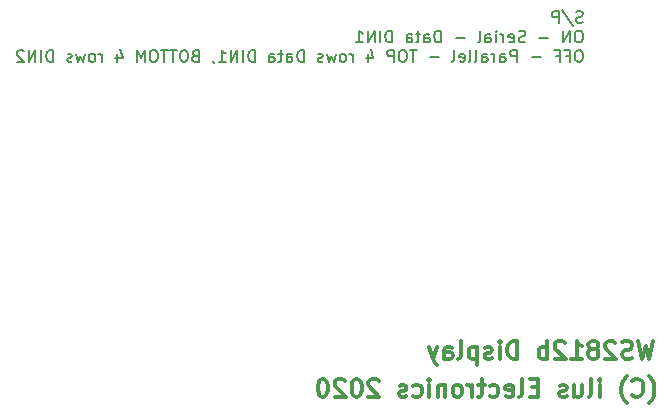
<source format=gbr>
G04 #@! TF.GenerationSoftware,KiCad,Pcbnew,(5.1.4)-1*
G04 #@! TF.CreationDate,2020-09-22T21:35:24+03:00*
G04 #@! TF.ProjectId,ws8212b_disp,77733832-3132-4625-9f64-6973702e6b69,rev?*
G04 #@! TF.SameCoordinates,Original*
G04 #@! TF.FileFunction,Legend,Bot*
G04 #@! TF.FilePolarity,Positive*
%FSLAX46Y46*%
G04 Gerber Fmt 4.6, Leading zero omitted, Abs format (unit mm)*
G04 Created by KiCad (PCBNEW (5.1.4)-1) date 2020-09-22 21:35:24*
%MOMM*%
%LPD*%
G04 APERTURE LIST*
%ADD10C,0.150000*%
%ADD11C,0.300000*%
G04 APERTURE END LIST*
D10*
X85995823Y-69011161D02*
X85852966Y-69058780D01*
X85614871Y-69058780D01*
X85519633Y-69011161D01*
X85472014Y-68963542D01*
X85424395Y-68868304D01*
X85424395Y-68773066D01*
X85472014Y-68677828D01*
X85519633Y-68630209D01*
X85614871Y-68582590D01*
X85805347Y-68534971D01*
X85900585Y-68487352D01*
X85948204Y-68439733D01*
X85995823Y-68344495D01*
X85995823Y-68249257D01*
X85948204Y-68154019D01*
X85900585Y-68106400D01*
X85805347Y-68058780D01*
X85567252Y-68058780D01*
X85424395Y-68106400D01*
X84281538Y-68011161D02*
X85138680Y-69296876D01*
X83948204Y-69058780D02*
X83948204Y-68058780D01*
X83567252Y-68058780D01*
X83472014Y-68106400D01*
X83424395Y-68154019D01*
X83376776Y-68249257D01*
X83376776Y-68392114D01*
X83424395Y-68487352D01*
X83472014Y-68534971D01*
X83567252Y-68582590D01*
X83948204Y-68582590D01*
X85757728Y-69708780D02*
X85567252Y-69708780D01*
X85472014Y-69756400D01*
X85376776Y-69851638D01*
X85329157Y-70042114D01*
X85329157Y-70375447D01*
X85376776Y-70565923D01*
X85472014Y-70661161D01*
X85567252Y-70708780D01*
X85757728Y-70708780D01*
X85852966Y-70661161D01*
X85948204Y-70565923D01*
X85995823Y-70375447D01*
X85995823Y-70042114D01*
X85948204Y-69851638D01*
X85852966Y-69756400D01*
X85757728Y-69708780D01*
X84900585Y-70708780D02*
X84900585Y-69708780D01*
X84329157Y-70708780D01*
X84329157Y-69708780D01*
X83091061Y-70327828D02*
X82329157Y-70327828D01*
X81138680Y-70661161D02*
X80995823Y-70708780D01*
X80757728Y-70708780D01*
X80662490Y-70661161D01*
X80614871Y-70613542D01*
X80567252Y-70518304D01*
X80567252Y-70423066D01*
X80614871Y-70327828D01*
X80662490Y-70280209D01*
X80757728Y-70232590D01*
X80948204Y-70184971D01*
X81043442Y-70137352D01*
X81091061Y-70089733D01*
X81138680Y-69994495D01*
X81138680Y-69899257D01*
X81091061Y-69804019D01*
X81043442Y-69756400D01*
X80948204Y-69708780D01*
X80710109Y-69708780D01*
X80567252Y-69756400D01*
X79757728Y-70661161D02*
X79852966Y-70708780D01*
X80043442Y-70708780D01*
X80138680Y-70661161D01*
X80186300Y-70565923D01*
X80186300Y-70184971D01*
X80138680Y-70089733D01*
X80043442Y-70042114D01*
X79852966Y-70042114D01*
X79757728Y-70089733D01*
X79710109Y-70184971D01*
X79710109Y-70280209D01*
X80186300Y-70375447D01*
X79281538Y-70708780D02*
X79281538Y-70042114D01*
X79281538Y-70232590D02*
X79233919Y-70137352D01*
X79186300Y-70089733D01*
X79091061Y-70042114D01*
X78995823Y-70042114D01*
X78662490Y-70708780D02*
X78662490Y-70042114D01*
X78662490Y-69708780D02*
X78710109Y-69756400D01*
X78662490Y-69804019D01*
X78614871Y-69756400D01*
X78662490Y-69708780D01*
X78662490Y-69804019D01*
X77757728Y-70708780D02*
X77757728Y-70184971D01*
X77805347Y-70089733D01*
X77900585Y-70042114D01*
X78091061Y-70042114D01*
X78186300Y-70089733D01*
X77757728Y-70661161D02*
X77852966Y-70708780D01*
X78091061Y-70708780D01*
X78186300Y-70661161D01*
X78233919Y-70565923D01*
X78233919Y-70470685D01*
X78186300Y-70375447D01*
X78091061Y-70327828D01*
X77852966Y-70327828D01*
X77757728Y-70280209D01*
X77138680Y-70708780D02*
X77233919Y-70661161D01*
X77281538Y-70565923D01*
X77281538Y-69708780D01*
X75995823Y-70327828D02*
X75233919Y-70327828D01*
X73995823Y-70708780D02*
X73995823Y-69708780D01*
X73757728Y-69708780D01*
X73614871Y-69756400D01*
X73519633Y-69851638D01*
X73472014Y-69946876D01*
X73424395Y-70137352D01*
X73424395Y-70280209D01*
X73472014Y-70470685D01*
X73519633Y-70565923D01*
X73614871Y-70661161D01*
X73757728Y-70708780D01*
X73995823Y-70708780D01*
X72567252Y-70708780D02*
X72567252Y-70184971D01*
X72614871Y-70089733D01*
X72710109Y-70042114D01*
X72900585Y-70042114D01*
X72995823Y-70089733D01*
X72567252Y-70661161D02*
X72662490Y-70708780D01*
X72900585Y-70708780D01*
X72995823Y-70661161D01*
X73043442Y-70565923D01*
X73043442Y-70470685D01*
X72995823Y-70375447D01*
X72900585Y-70327828D01*
X72662490Y-70327828D01*
X72567252Y-70280209D01*
X72233919Y-70042114D02*
X71852966Y-70042114D01*
X72091061Y-69708780D02*
X72091061Y-70565923D01*
X72043442Y-70661161D01*
X71948204Y-70708780D01*
X71852966Y-70708780D01*
X71091061Y-70708780D02*
X71091061Y-70184971D01*
X71138680Y-70089733D01*
X71233919Y-70042114D01*
X71424395Y-70042114D01*
X71519633Y-70089733D01*
X71091061Y-70661161D02*
X71186300Y-70708780D01*
X71424395Y-70708780D01*
X71519633Y-70661161D01*
X71567252Y-70565923D01*
X71567252Y-70470685D01*
X71519633Y-70375447D01*
X71424395Y-70327828D01*
X71186300Y-70327828D01*
X71091061Y-70280209D01*
X69852966Y-70708780D02*
X69852966Y-69708780D01*
X69614871Y-69708780D01*
X69472014Y-69756400D01*
X69376776Y-69851638D01*
X69329157Y-69946876D01*
X69281538Y-70137352D01*
X69281538Y-70280209D01*
X69329157Y-70470685D01*
X69376776Y-70565923D01*
X69472014Y-70661161D01*
X69614871Y-70708780D01*
X69852966Y-70708780D01*
X68852966Y-70708780D02*
X68852966Y-69708780D01*
X68376776Y-70708780D02*
X68376776Y-69708780D01*
X67805347Y-70708780D01*
X67805347Y-69708780D01*
X66805347Y-70708780D02*
X67376776Y-70708780D01*
X67091061Y-70708780D02*
X67091061Y-69708780D01*
X67186300Y-69851638D01*
X67281538Y-69946876D01*
X67376776Y-69994495D01*
X85757728Y-71358780D02*
X85567252Y-71358780D01*
X85472014Y-71406400D01*
X85376776Y-71501638D01*
X85329157Y-71692114D01*
X85329157Y-72025447D01*
X85376776Y-72215923D01*
X85472014Y-72311161D01*
X85567252Y-72358780D01*
X85757728Y-72358780D01*
X85852966Y-72311161D01*
X85948204Y-72215923D01*
X85995823Y-72025447D01*
X85995823Y-71692114D01*
X85948204Y-71501638D01*
X85852966Y-71406400D01*
X85757728Y-71358780D01*
X84567252Y-71834971D02*
X84900585Y-71834971D01*
X84900585Y-72358780D02*
X84900585Y-71358780D01*
X84424395Y-71358780D01*
X83710109Y-71834971D02*
X84043442Y-71834971D01*
X84043442Y-72358780D02*
X84043442Y-71358780D01*
X83567252Y-71358780D01*
X82424395Y-71977828D02*
X81662490Y-71977828D01*
X80424395Y-72358780D02*
X80424395Y-71358780D01*
X80043442Y-71358780D01*
X79948204Y-71406400D01*
X79900585Y-71454019D01*
X79852966Y-71549257D01*
X79852966Y-71692114D01*
X79900585Y-71787352D01*
X79948204Y-71834971D01*
X80043442Y-71882590D01*
X80424395Y-71882590D01*
X78995823Y-72358780D02*
X78995823Y-71834971D01*
X79043442Y-71739733D01*
X79138680Y-71692114D01*
X79329157Y-71692114D01*
X79424395Y-71739733D01*
X78995823Y-72311161D02*
X79091061Y-72358780D01*
X79329157Y-72358780D01*
X79424395Y-72311161D01*
X79472014Y-72215923D01*
X79472014Y-72120685D01*
X79424395Y-72025447D01*
X79329157Y-71977828D01*
X79091061Y-71977828D01*
X78995823Y-71930209D01*
X78519633Y-72358780D02*
X78519633Y-71692114D01*
X78519633Y-71882590D02*
X78472014Y-71787352D01*
X78424395Y-71739733D01*
X78329157Y-71692114D01*
X78233919Y-71692114D01*
X77472014Y-72358780D02*
X77472014Y-71834971D01*
X77519633Y-71739733D01*
X77614871Y-71692114D01*
X77805347Y-71692114D01*
X77900585Y-71739733D01*
X77472014Y-72311161D02*
X77567252Y-72358780D01*
X77805347Y-72358780D01*
X77900585Y-72311161D01*
X77948204Y-72215923D01*
X77948204Y-72120685D01*
X77900585Y-72025447D01*
X77805347Y-71977828D01*
X77567252Y-71977828D01*
X77472014Y-71930209D01*
X76852966Y-72358780D02*
X76948204Y-72311161D01*
X76995823Y-72215923D01*
X76995823Y-71358780D01*
X76329157Y-72358780D02*
X76424395Y-72311161D01*
X76472014Y-72215923D01*
X76472014Y-71358780D01*
X75567252Y-72311161D02*
X75662490Y-72358780D01*
X75852966Y-72358780D01*
X75948204Y-72311161D01*
X75995823Y-72215923D01*
X75995823Y-71834971D01*
X75948204Y-71739733D01*
X75852966Y-71692114D01*
X75662490Y-71692114D01*
X75567252Y-71739733D01*
X75519633Y-71834971D01*
X75519633Y-71930209D01*
X75995823Y-72025447D01*
X74948204Y-72358780D02*
X75043442Y-72311161D01*
X75091061Y-72215923D01*
X75091061Y-71358780D01*
X73805347Y-71977828D02*
X73043442Y-71977828D01*
X71948204Y-71358780D02*
X71376776Y-71358780D01*
X71662490Y-72358780D02*
X71662490Y-71358780D01*
X70852966Y-71358780D02*
X70662490Y-71358780D01*
X70567252Y-71406400D01*
X70472014Y-71501638D01*
X70424395Y-71692114D01*
X70424395Y-72025447D01*
X70472014Y-72215923D01*
X70567252Y-72311161D01*
X70662490Y-72358780D01*
X70852966Y-72358780D01*
X70948204Y-72311161D01*
X71043442Y-72215923D01*
X71091061Y-72025447D01*
X71091061Y-71692114D01*
X71043442Y-71501638D01*
X70948204Y-71406400D01*
X70852966Y-71358780D01*
X69995823Y-72358780D02*
X69995823Y-71358780D01*
X69614871Y-71358780D01*
X69519633Y-71406400D01*
X69472014Y-71454019D01*
X69424395Y-71549257D01*
X69424395Y-71692114D01*
X69472014Y-71787352D01*
X69519633Y-71834971D01*
X69614871Y-71882590D01*
X69995823Y-71882590D01*
X67805347Y-71692114D02*
X67805347Y-72358780D01*
X68043442Y-71311161D02*
X68281538Y-72025447D01*
X67662490Y-72025447D01*
X66519633Y-72358780D02*
X66519633Y-71692114D01*
X66519633Y-71882590D02*
X66472014Y-71787352D01*
X66424395Y-71739733D01*
X66329157Y-71692114D01*
X66233919Y-71692114D01*
X65757728Y-72358780D02*
X65852966Y-72311161D01*
X65900585Y-72263542D01*
X65948204Y-72168304D01*
X65948204Y-71882590D01*
X65900585Y-71787352D01*
X65852966Y-71739733D01*
X65757728Y-71692114D01*
X65614871Y-71692114D01*
X65519633Y-71739733D01*
X65472014Y-71787352D01*
X65424395Y-71882590D01*
X65424395Y-72168304D01*
X65472014Y-72263542D01*
X65519633Y-72311161D01*
X65614871Y-72358780D01*
X65757728Y-72358780D01*
X65091061Y-71692114D02*
X64900585Y-72358780D01*
X64710109Y-71882590D01*
X64519633Y-72358780D01*
X64329157Y-71692114D01*
X63995823Y-72311161D02*
X63900585Y-72358780D01*
X63710109Y-72358780D01*
X63614871Y-72311161D01*
X63567252Y-72215923D01*
X63567252Y-72168304D01*
X63614871Y-72073066D01*
X63710109Y-72025447D01*
X63852966Y-72025447D01*
X63948204Y-71977828D01*
X63995823Y-71882590D01*
X63995823Y-71834971D01*
X63948204Y-71739733D01*
X63852966Y-71692114D01*
X63710109Y-71692114D01*
X63614871Y-71739733D01*
X62376776Y-72358780D02*
X62376776Y-71358780D01*
X62138680Y-71358780D01*
X61995823Y-71406400D01*
X61900585Y-71501638D01*
X61852966Y-71596876D01*
X61805347Y-71787352D01*
X61805347Y-71930209D01*
X61852966Y-72120685D01*
X61900585Y-72215923D01*
X61995823Y-72311161D01*
X62138680Y-72358780D01*
X62376776Y-72358780D01*
X60948204Y-72358780D02*
X60948204Y-71834971D01*
X60995823Y-71739733D01*
X61091061Y-71692114D01*
X61281538Y-71692114D01*
X61376776Y-71739733D01*
X60948204Y-72311161D02*
X61043442Y-72358780D01*
X61281538Y-72358780D01*
X61376776Y-72311161D01*
X61424395Y-72215923D01*
X61424395Y-72120685D01*
X61376776Y-72025447D01*
X61281538Y-71977828D01*
X61043442Y-71977828D01*
X60948204Y-71930209D01*
X60614871Y-71692114D02*
X60233919Y-71692114D01*
X60472014Y-71358780D02*
X60472014Y-72215923D01*
X60424395Y-72311161D01*
X60329157Y-72358780D01*
X60233919Y-72358780D01*
X59472014Y-72358780D02*
X59472014Y-71834971D01*
X59519633Y-71739733D01*
X59614871Y-71692114D01*
X59805347Y-71692114D01*
X59900585Y-71739733D01*
X59472014Y-72311161D02*
X59567252Y-72358780D01*
X59805347Y-72358780D01*
X59900585Y-72311161D01*
X59948204Y-72215923D01*
X59948204Y-72120685D01*
X59900585Y-72025447D01*
X59805347Y-71977828D01*
X59567252Y-71977828D01*
X59472014Y-71930209D01*
X58233919Y-72358780D02*
X58233919Y-71358780D01*
X57995823Y-71358780D01*
X57852966Y-71406400D01*
X57757728Y-71501638D01*
X57710109Y-71596876D01*
X57662490Y-71787352D01*
X57662490Y-71930209D01*
X57710109Y-72120685D01*
X57757728Y-72215923D01*
X57852966Y-72311161D01*
X57995823Y-72358780D01*
X58233919Y-72358780D01*
X57233919Y-72358780D02*
X57233919Y-71358780D01*
X56757728Y-72358780D02*
X56757728Y-71358780D01*
X56186300Y-72358780D01*
X56186300Y-71358780D01*
X55186300Y-72358780D02*
X55757728Y-72358780D01*
X55472014Y-72358780D02*
X55472014Y-71358780D01*
X55567252Y-71501638D01*
X55662490Y-71596876D01*
X55757728Y-71644495D01*
X54710109Y-72311161D02*
X54710109Y-72358780D01*
X54757728Y-72454019D01*
X54805347Y-72501638D01*
X53186300Y-71834971D02*
X53043442Y-71882590D01*
X52995823Y-71930209D01*
X52948204Y-72025447D01*
X52948204Y-72168304D01*
X52995823Y-72263542D01*
X53043442Y-72311161D01*
X53138680Y-72358780D01*
X53519633Y-72358780D01*
X53519633Y-71358780D01*
X53186300Y-71358780D01*
X53091061Y-71406400D01*
X53043442Y-71454019D01*
X52995823Y-71549257D01*
X52995823Y-71644495D01*
X53043442Y-71739733D01*
X53091061Y-71787352D01*
X53186300Y-71834971D01*
X53519633Y-71834971D01*
X52329157Y-71358780D02*
X52138680Y-71358780D01*
X52043442Y-71406400D01*
X51948204Y-71501638D01*
X51900585Y-71692114D01*
X51900585Y-72025447D01*
X51948204Y-72215923D01*
X52043442Y-72311161D01*
X52138680Y-72358780D01*
X52329157Y-72358780D01*
X52424395Y-72311161D01*
X52519633Y-72215923D01*
X52567252Y-72025447D01*
X52567252Y-71692114D01*
X52519633Y-71501638D01*
X52424395Y-71406400D01*
X52329157Y-71358780D01*
X51614871Y-71358780D02*
X51043442Y-71358780D01*
X51329157Y-72358780D02*
X51329157Y-71358780D01*
X50852966Y-71358780D02*
X50281538Y-71358780D01*
X50567252Y-72358780D02*
X50567252Y-71358780D01*
X49757728Y-71358780D02*
X49567252Y-71358780D01*
X49472014Y-71406400D01*
X49376776Y-71501638D01*
X49329157Y-71692114D01*
X49329157Y-72025447D01*
X49376776Y-72215923D01*
X49472014Y-72311161D01*
X49567252Y-72358780D01*
X49757728Y-72358780D01*
X49852966Y-72311161D01*
X49948204Y-72215923D01*
X49995823Y-72025447D01*
X49995823Y-71692114D01*
X49948204Y-71501638D01*
X49852966Y-71406400D01*
X49757728Y-71358780D01*
X48900585Y-72358780D02*
X48900585Y-71358780D01*
X48567252Y-72073066D01*
X48233919Y-71358780D01*
X48233919Y-72358780D01*
X46567252Y-71692114D02*
X46567252Y-72358780D01*
X46805347Y-71311161D02*
X47043442Y-72025447D01*
X46424395Y-72025447D01*
X45281538Y-72358780D02*
X45281538Y-71692114D01*
X45281538Y-71882590D02*
X45233919Y-71787352D01*
X45186300Y-71739733D01*
X45091061Y-71692114D01*
X44995823Y-71692114D01*
X44519633Y-72358780D02*
X44614871Y-72311161D01*
X44662490Y-72263542D01*
X44710109Y-72168304D01*
X44710109Y-71882590D01*
X44662490Y-71787352D01*
X44614871Y-71739733D01*
X44519633Y-71692114D01*
X44376776Y-71692114D01*
X44281538Y-71739733D01*
X44233919Y-71787352D01*
X44186300Y-71882590D01*
X44186300Y-72168304D01*
X44233919Y-72263542D01*
X44281538Y-72311161D01*
X44376776Y-72358780D01*
X44519633Y-72358780D01*
X43852966Y-71692114D02*
X43662490Y-72358780D01*
X43472014Y-71882590D01*
X43281538Y-72358780D01*
X43091061Y-71692114D01*
X42757728Y-72311161D02*
X42662490Y-72358780D01*
X42472014Y-72358780D01*
X42376776Y-72311161D01*
X42329157Y-72215923D01*
X42329157Y-72168304D01*
X42376776Y-72073066D01*
X42472014Y-72025447D01*
X42614871Y-72025447D01*
X42710109Y-71977828D01*
X42757728Y-71882590D01*
X42757728Y-71834971D01*
X42710109Y-71739733D01*
X42614871Y-71692114D01*
X42472014Y-71692114D01*
X42376776Y-71739733D01*
X41138680Y-72358780D02*
X41138680Y-71358780D01*
X40900585Y-71358780D01*
X40757728Y-71406400D01*
X40662490Y-71501638D01*
X40614871Y-71596876D01*
X40567252Y-71787352D01*
X40567252Y-71930209D01*
X40614871Y-72120685D01*
X40662490Y-72215923D01*
X40757728Y-72311161D01*
X40900585Y-72358780D01*
X41138680Y-72358780D01*
X40138680Y-72358780D02*
X40138680Y-71358780D01*
X39662490Y-72358780D02*
X39662490Y-71358780D01*
X39091061Y-72358780D01*
X39091061Y-71358780D01*
X38662490Y-71454019D02*
X38614871Y-71406400D01*
X38519633Y-71358780D01*
X38281538Y-71358780D01*
X38186300Y-71406400D01*
X38138680Y-71454019D01*
X38091061Y-71549257D01*
X38091061Y-71644495D01*
X38138680Y-71787352D01*
X38710109Y-72358780D01*
X38091061Y-72358780D01*
D11*
X91973800Y-96003371D02*
X91616657Y-97503371D01*
X91330942Y-96431942D01*
X91045228Y-97503371D01*
X90688085Y-96003371D01*
X90188085Y-97431942D02*
X89973800Y-97503371D01*
X89616657Y-97503371D01*
X89473800Y-97431942D01*
X89402371Y-97360514D01*
X89330942Y-97217657D01*
X89330942Y-97074800D01*
X89402371Y-96931942D01*
X89473800Y-96860514D01*
X89616657Y-96789085D01*
X89902371Y-96717657D01*
X90045228Y-96646228D01*
X90116657Y-96574800D01*
X90188085Y-96431942D01*
X90188085Y-96289085D01*
X90116657Y-96146228D01*
X90045228Y-96074800D01*
X89902371Y-96003371D01*
X89545228Y-96003371D01*
X89330942Y-96074800D01*
X88759514Y-96146228D02*
X88688085Y-96074800D01*
X88545228Y-96003371D01*
X88188085Y-96003371D01*
X88045228Y-96074800D01*
X87973800Y-96146228D01*
X87902371Y-96289085D01*
X87902371Y-96431942D01*
X87973800Y-96646228D01*
X88830942Y-97503371D01*
X87902371Y-97503371D01*
X87045228Y-96646228D02*
X87188085Y-96574800D01*
X87259514Y-96503371D01*
X87330942Y-96360514D01*
X87330942Y-96289085D01*
X87259514Y-96146228D01*
X87188085Y-96074800D01*
X87045228Y-96003371D01*
X86759514Y-96003371D01*
X86616657Y-96074800D01*
X86545228Y-96146228D01*
X86473800Y-96289085D01*
X86473800Y-96360514D01*
X86545228Y-96503371D01*
X86616657Y-96574800D01*
X86759514Y-96646228D01*
X87045228Y-96646228D01*
X87188085Y-96717657D01*
X87259514Y-96789085D01*
X87330942Y-96931942D01*
X87330942Y-97217657D01*
X87259514Y-97360514D01*
X87188085Y-97431942D01*
X87045228Y-97503371D01*
X86759514Y-97503371D01*
X86616657Y-97431942D01*
X86545228Y-97360514D01*
X86473800Y-97217657D01*
X86473800Y-96931942D01*
X86545228Y-96789085D01*
X86616657Y-96717657D01*
X86759514Y-96646228D01*
X85045228Y-97503371D02*
X85902371Y-97503371D01*
X85473800Y-97503371D02*
X85473800Y-96003371D01*
X85616657Y-96217657D01*
X85759514Y-96360514D01*
X85902371Y-96431942D01*
X84473800Y-96146228D02*
X84402371Y-96074800D01*
X84259514Y-96003371D01*
X83902371Y-96003371D01*
X83759514Y-96074800D01*
X83688085Y-96146228D01*
X83616657Y-96289085D01*
X83616657Y-96431942D01*
X83688085Y-96646228D01*
X84545228Y-97503371D01*
X83616657Y-97503371D01*
X82973800Y-97503371D02*
X82973800Y-96003371D01*
X82973800Y-96574800D02*
X82830942Y-96503371D01*
X82545228Y-96503371D01*
X82402371Y-96574800D01*
X82330942Y-96646228D01*
X82259514Y-96789085D01*
X82259514Y-97217657D01*
X82330942Y-97360514D01*
X82402371Y-97431942D01*
X82545228Y-97503371D01*
X82830942Y-97503371D01*
X82973800Y-97431942D01*
X80473800Y-97503371D02*
X80473800Y-96003371D01*
X80116657Y-96003371D01*
X79902371Y-96074800D01*
X79759514Y-96217657D01*
X79688085Y-96360514D01*
X79616657Y-96646228D01*
X79616657Y-96860514D01*
X79688085Y-97146228D01*
X79759514Y-97289085D01*
X79902371Y-97431942D01*
X80116657Y-97503371D01*
X80473800Y-97503371D01*
X78973800Y-97503371D02*
X78973800Y-96503371D01*
X78973800Y-96003371D02*
X79045228Y-96074800D01*
X78973800Y-96146228D01*
X78902371Y-96074800D01*
X78973800Y-96003371D01*
X78973800Y-96146228D01*
X78330942Y-97431942D02*
X78188085Y-97503371D01*
X77902371Y-97503371D01*
X77759514Y-97431942D01*
X77688085Y-97289085D01*
X77688085Y-97217657D01*
X77759514Y-97074800D01*
X77902371Y-97003371D01*
X78116657Y-97003371D01*
X78259514Y-96931942D01*
X78330942Y-96789085D01*
X78330942Y-96717657D01*
X78259514Y-96574800D01*
X78116657Y-96503371D01*
X77902371Y-96503371D01*
X77759514Y-96574800D01*
X77045228Y-96503371D02*
X77045228Y-98003371D01*
X77045228Y-96574800D02*
X76902371Y-96503371D01*
X76616657Y-96503371D01*
X76473800Y-96574800D01*
X76402371Y-96646228D01*
X76330942Y-96789085D01*
X76330942Y-97217657D01*
X76402371Y-97360514D01*
X76473800Y-97431942D01*
X76616657Y-97503371D01*
X76902371Y-97503371D01*
X77045228Y-97431942D01*
X75473800Y-97503371D02*
X75616657Y-97431942D01*
X75688085Y-97289085D01*
X75688085Y-96003371D01*
X74259514Y-97503371D02*
X74259514Y-96717657D01*
X74330942Y-96574800D01*
X74473800Y-96503371D01*
X74759514Y-96503371D01*
X74902371Y-96574800D01*
X74259514Y-97431942D02*
X74402371Y-97503371D01*
X74759514Y-97503371D01*
X74902371Y-97431942D01*
X74973800Y-97289085D01*
X74973800Y-97146228D01*
X74902371Y-97003371D01*
X74759514Y-96931942D01*
X74402371Y-96931942D01*
X74259514Y-96860514D01*
X73688085Y-96503371D02*
X73330942Y-97503371D01*
X72973800Y-96503371D02*
X73330942Y-97503371D01*
X73473800Y-97860514D01*
X73545228Y-97931942D01*
X73688085Y-98003371D01*
X91636714Y-101275200D02*
X91708142Y-101203771D01*
X91851000Y-100989485D01*
X91922428Y-100846628D01*
X91993857Y-100632342D01*
X92065285Y-100275200D01*
X92065285Y-99989485D01*
X91993857Y-99632342D01*
X91922428Y-99418057D01*
X91851000Y-99275200D01*
X91708142Y-99060914D01*
X91636714Y-98989485D01*
X90208142Y-100560914D02*
X90279571Y-100632342D01*
X90493857Y-100703771D01*
X90636714Y-100703771D01*
X90851000Y-100632342D01*
X90993857Y-100489485D01*
X91065285Y-100346628D01*
X91136714Y-100060914D01*
X91136714Y-99846628D01*
X91065285Y-99560914D01*
X90993857Y-99418057D01*
X90851000Y-99275200D01*
X90636714Y-99203771D01*
X90493857Y-99203771D01*
X90279571Y-99275200D01*
X90208142Y-99346628D01*
X89708142Y-101275200D02*
X89636714Y-101203771D01*
X89493857Y-100989485D01*
X89422428Y-100846628D01*
X89351000Y-100632342D01*
X89279571Y-100275200D01*
X89279571Y-99989485D01*
X89351000Y-99632342D01*
X89422428Y-99418057D01*
X89493857Y-99275200D01*
X89636714Y-99060914D01*
X89708142Y-98989485D01*
X87422428Y-100703771D02*
X87422428Y-99703771D01*
X87422428Y-99203771D02*
X87493857Y-99275200D01*
X87422428Y-99346628D01*
X87351000Y-99275200D01*
X87422428Y-99203771D01*
X87422428Y-99346628D01*
X86493857Y-100703771D02*
X86636714Y-100632342D01*
X86708142Y-100489485D01*
X86708142Y-99203771D01*
X85279571Y-99703771D02*
X85279571Y-100703771D01*
X85922428Y-99703771D02*
X85922428Y-100489485D01*
X85851000Y-100632342D01*
X85708142Y-100703771D01*
X85493857Y-100703771D01*
X85351000Y-100632342D01*
X85279571Y-100560914D01*
X84636714Y-100632342D02*
X84493857Y-100703771D01*
X84208142Y-100703771D01*
X84065285Y-100632342D01*
X83993857Y-100489485D01*
X83993857Y-100418057D01*
X84065285Y-100275200D01*
X84208142Y-100203771D01*
X84422428Y-100203771D01*
X84565285Y-100132342D01*
X84636714Y-99989485D01*
X84636714Y-99918057D01*
X84565285Y-99775200D01*
X84422428Y-99703771D01*
X84208142Y-99703771D01*
X84065285Y-99775200D01*
X82208142Y-99918057D02*
X81708142Y-99918057D01*
X81493857Y-100703771D02*
X82208142Y-100703771D01*
X82208142Y-99203771D01*
X81493857Y-99203771D01*
X80636714Y-100703771D02*
X80779571Y-100632342D01*
X80851000Y-100489485D01*
X80851000Y-99203771D01*
X79493857Y-100632342D02*
X79636714Y-100703771D01*
X79922428Y-100703771D01*
X80065285Y-100632342D01*
X80136714Y-100489485D01*
X80136714Y-99918057D01*
X80065285Y-99775200D01*
X79922428Y-99703771D01*
X79636714Y-99703771D01*
X79493857Y-99775200D01*
X79422428Y-99918057D01*
X79422428Y-100060914D01*
X80136714Y-100203771D01*
X78136714Y-100632342D02*
X78279571Y-100703771D01*
X78565285Y-100703771D01*
X78708142Y-100632342D01*
X78779571Y-100560914D01*
X78851000Y-100418057D01*
X78851000Y-99989485D01*
X78779571Y-99846628D01*
X78708142Y-99775200D01*
X78565285Y-99703771D01*
X78279571Y-99703771D01*
X78136714Y-99775200D01*
X77708142Y-99703771D02*
X77136714Y-99703771D01*
X77493857Y-99203771D02*
X77493857Y-100489485D01*
X77422428Y-100632342D01*
X77279571Y-100703771D01*
X77136714Y-100703771D01*
X76636714Y-100703771D02*
X76636714Y-99703771D01*
X76636714Y-99989485D02*
X76565285Y-99846628D01*
X76493857Y-99775200D01*
X76351000Y-99703771D01*
X76208142Y-99703771D01*
X75493857Y-100703771D02*
X75636714Y-100632342D01*
X75708142Y-100560914D01*
X75779571Y-100418057D01*
X75779571Y-99989485D01*
X75708142Y-99846628D01*
X75636714Y-99775200D01*
X75493857Y-99703771D01*
X75279571Y-99703771D01*
X75136714Y-99775200D01*
X75065285Y-99846628D01*
X74993857Y-99989485D01*
X74993857Y-100418057D01*
X75065285Y-100560914D01*
X75136714Y-100632342D01*
X75279571Y-100703771D01*
X75493857Y-100703771D01*
X74351000Y-99703771D02*
X74351000Y-100703771D01*
X74351000Y-99846628D02*
X74279571Y-99775200D01*
X74136714Y-99703771D01*
X73922428Y-99703771D01*
X73779571Y-99775200D01*
X73708142Y-99918057D01*
X73708142Y-100703771D01*
X72993857Y-100703771D02*
X72993857Y-99703771D01*
X72993857Y-99203771D02*
X73065285Y-99275200D01*
X72993857Y-99346628D01*
X72922428Y-99275200D01*
X72993857Y-99203771D01*
X72993857Y-99346628D01*
X71636714Y-100632342D02*
X71779571Y-100703771D01*
X72065285Y-100703771D01*
X72208142Y-100632342D01*
X72279571Y-100560914D01*
X72351000Y-100418057D01*
X72351000Y-99989485D01*
X72279571Y-99846628D01*
X72208142Y-99775200D01*
X72065285Y-99703771D01*
X71779571Y-99703771D01*
X71636714Y-99775200D01*
X71065285Y-100632342D02*
X70922428Y-100703771D01*
X70636714Y-100703771D01*
X70493857Y-100632342D01*
X70422428Y-100489485D01*
X70422428Y-100418057D01*
X70493857Y-100275200D01*
X70636714Y-100203771D01*
X70851000Y-100203771D01*
X70993857Y-100132342D01*
X71065285Y-99989485D01*
X71065285Y-99918057D01*
X70993857Y-99775200D01*
X70851000Y-99703771D01*
X70636714Y-99703771D01*
X70493857Y-99775200D01*
X68708142Y-99346628D02*
X68636714Y-99275200D01*
X68493857Y-99203771D01*
X68136714Y-99203771D01*
X67993857Y-99275200D01*
X67922428Y-99346628D01*
X67851000Y-99489485D01*
X67851000Y-99632342D01*
X67922428Y-99846628D01*
X68779571Y-100703771D01*
X67851000Y-100703771D01*
X66922428Y-99203771D02*
X66779571Y-99203771D01*
X66636714Y-99275200D01*
X66565285Y-99346628D01*
X66493857Y-99489485D01*
X66422428Y-99775200D01*
X66422428Y-100132342D01*
X66493857Y-100418057D01*
X66565285Y-100560914D01*
X66636714Y-100632342D01*
X66779571Y-100703771D01*
X66922428Y-100703771D01*
X67065285Y-100632342D01*
X67136714Y-100560914D01*
X67208142Y-100418057D01*
X67279571Y-100132342D01*
X67279571Y-99775200D01*
X67208142Y-99489485D01*
X67136714Y-99346628D01*
X67065285Y-99275200D01*
X66922428Y-99203771D01*
X65851000Y-99346628D02*
X65779571Y-99275200D01*
X65636714Y-99203771D01*
X65279571Y-99203771D01*
X65136714Y-99275200D01*
X65065285Y-99346628D01*
X64993857Y-99489485D01*
X64993857Y-99632342D01*
X65065285Y-99846628D01*
X65922428Y-100703771D01*
X64993857Y-100703771D01*
X64065285Y-99203771D02*
X63922428Y-99203771D01*
X63779571Y-99275200D01*
X63708142Y-99346628D01*
X63636714Y-99489485D01*
X63565285Y-99775200D01*
X63565285Y-100132342D01*
X63636714Y-100418057D01*
X63708142Y-100560914D01*
X63779571Y-100632342D01*
X63922428Y-100703771D01*
X64065285Y-100703771D01*
X64208142Y-100632342D01*
X64279571Y-100560914D01*
X64351000Y-100418057D01*
X64422428Y-100132342D01*
X64422428Y-99775200D01*
X64351000Y-99489485D01*
X64279571Y-99346628D01*
X64208142Y-99275200D01*
X64065285Y-99203771D01*
M02*

</source>
